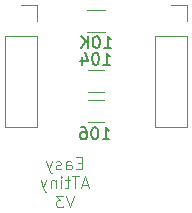
<source format=gbr>
%TF.GenerationSoftware,KiCad,Pcbnew,(6.0.7)*%
%TF.CreationDate,2023-04-14T11:36:13-05:00*%
%TF.ProjectId,ATtiny_PCB,41547469-6e79-45f5-9043-422e6b696361,rev?*%
%TF.SameCoordinates,Original*%
%TF.FileFunction,Legend,Bot*%
%TF.FilePolarity,Positive*%
%FSLAX46Y46*%
G04 Gerber Fmt 4.6, Leading zero omitted, Abs format (unit mm)*
G04 Created by KiCad (PCBNEW (6.0.7)) date 2023-04-14 11:36:13*
%MOMM*%
%LPD*%
G01*
G04 APERTURE LIST*
%ADD10C,0.100000*%
%ADD11C,0.150000*%
%ADD12C,0.120000*%
G04 APERTURE END LIST*
D10*
X177855380Y-99664571D02*
X177522047Y-99664571D01*
X177379190Y-100188380D02*
X177855380Y-100188380D01*
X177855380Y-99188380D01*
X177379190Y-99188380D01*
X176522047Y-100188380D02*
X176522047Y-99664571D01*
X176569666Y-99569333D01*
X176664904Y-99521714D01*
X176855380Y-99521714D01*
X176950619Y-99569333D01*
X176522047Y-100140761D02*
X176617285Y-100188380D01*
X176855380Y-100188380D01*
X176950619Y-100140761D01*
X176998238Y-100045523D01*
X176998238Y-99950285D01*
X176950619Y-99855047D01*
X176855380Y-99807428D01*
X176617285Y-99807428D01*
X176522047Y-99759809D01*
X176093476Y-100140761D02*
X175998238Y-100188380D01*
X175807761Y-100188380D01*
X175712523Y-100140761D01*
X175664904Y-100045523D01*
X175664904Y-99997904D01*
X175712523Y-99902666D01*
X175807761Y-99855047D01*
X175950619Y-99855047D01*
X176045857Y-99807428D01*
X176093476Y-99712190D01*
X176093476Y-99664571D01*
X176045857Y-99569333D01*
X175950619Y-99521714D01*
X175807761Y-99521714D01*
X175712523Y-99569333D01*
X175331571Y-99521714D02*
X175093476Y-100188380D01*
X174855380Y-99521714D02*
X175093476Y-100188380D01*
X175188714Y-100426476D01*
X175236333Y-100474095D01*
X175331571Y-100521714D01*
X178379190Y-101512666D02*
X177903000Y-101512666D01*
X178474428Y-101798380D02*
X178141095Y-100798380D01*
X177807761Y-101798380D01*
X177617285Y-100798380D02*
X177045857Y-100798380D01*
X177331571Y-101798380D02*
X177331571Y-100798380D01*
X176855380Y-101131714D02*
X176474428Y-101131714D01*
X176712523Y-100798380D02*
X176712523Y-101655523D01*
X176664904Y-101750761D01*
X176569666Y-101798380D01*
X176474428Y-101798380D01*
X176141095Y-101798380D02*
X176141095Y-101131714D01*
X176141095Y-100798380D02*
X176188714Y-100846000D01*
X176141095Y-100893619D01*
X176093476Y-100846000D01*
X176141095Y-100798380D01*
X176141095Y-100893619D01*
X175664904Y-101131714D02*
X175664904Y-101798380D01*
X175664904Y-101226952D02*
X175617285Y-101179333D01*
X175522047Y-101131714D01*
X175379190Y-101131714D01*
X175283952Y-101179333D01*
X175236333Y-101274571D01*
X175236333Y-101798380D01*
X174855380Y-101131714D02*
X174617285Y-101798380D01*
X174379190Y-101131714D02*
X174617285Y-101798380D01*
X174712523Y-102036476D01*
X174760142Y-102084095D01*
X174855380Y-102131714D01*
X177212523Y-102408380D02*
X176879190Y-103408380D01*
X176545857Y-102408380D01*
X176307761Y-102408380D02*
X175688714Y-102408380D01*
X176022047Y-102789333D01*
X175879190Y-102789333D01*
X175783952Y-102836952D01*
X175736333Y-102884571D01*
X175688714Y-102979809D01*
X175688714Y-103217904D01*
X175736333Y-103313142D01*
X175783952Y-103360761D01*
X175879190Y-103408380D01*
X176164904Y-103408380D01*
X176260142Y-103360761D01*
X176307761Y-103313142D01*
D11*
%TO.C,10K*%
X179760476Y-89912380D02*
X180331904Y-89912380D01*
X180046190Y-89912380D02*
X180046190Y-88912380D01*
X180141428Y-89055238D01*
X180236666Y-89150476D01*
X180331904Y-89198095D01*
X179141428Y-88912380D02*
X179046190Y-88912380D01*
X178950952Y-88960000D01*
X178903333Y-89007619D01*
X178855714Y-89102857D01*
X178808095Y-89293333D01*
X178808095Y-89531428D01*
X178855714Y-89721904D01*
X178903333Y-89817142D01*
X178950952Y-89864761D01*
X179046190Y-89912380D01*
X179141428Y-89912380D01*
X179236666Y-89864761D01*
X179284285Y-89817142D01*
X179331904Y-89721904D01*
X179379523Y-89531428D01*
X179379523Y-89293333D01*
X179331904Y-89102857D01*
X179284285Y-89007619D01*
X179236666Y-88960000D01*
X179141428Y-88912380D01*
X178379523Y-89912380D02*
X178379523Y-88912380D01*
X177808095Y-89912380D02*
X178236666Y-89340952D01*
X177808095Y-88912380D02*
X178379523Y-89483809D01*
%TO.C,106*%
X179635066Y-97632780D02*
X180206495Y-97632780D01*
X179920780Y-97632780D02*
X179920780Y-96632780D01*
X180016019Y-96775638D01*
X180111257Y-96870876D01*
X180206495Y-96918495D01*
X179016019Y-96632780D02*
X178920780Y-96632780D01*
X178825542Y-96680400D01*
X178777923Y-96728019D01*
X178730304Y-96823257D01*
X178682685Y-97013733D01*
X178682685Y-97251828D01*
X178730304Y-97442304D01*
X178777923Y-97537542D01*
X178825542Y-97585161D01*
X178920780Y-97632780D01*
X179016019Y-97632780D01*
X179111257Y-97585161D01*
X179158876Y-97537542D01*
X179206495Y-97442304D01*
X179254114Y-97251828D01*
X179254114Y-97013733D01*
X179206495Y-96823257D01*
X179158876Y-96728019D01*
X179111257Y-96680400D01*
X179016019Y-96632780D01*
X177825542Y-96632780D02*
X178016019Y-96632780D01*
X178111257Y-96680400D01*
X178158876Y-96728019D01*
X178254114Y-96870876D01*
X178301733Y-97061352D01*
X178301733Y-97442304D01*
X178254114Y-97537542D01*
X178206495Y-97585161D01*
X178111257Y-97632780D01*
X177920780Y-97632780D01*
X177825542Y-97585161D01*
X177777923Y-97537542D01*
X177730304Y-97442304D01*
X177730304Y-97204209D01*
X177777923Y-97108971D01*
X177825542Y-97061352D01*
X177920780Y-97013733D01*
X178111257Y-97013733D01*
X178206495Y-97061352D01*
X178254114Y-97108971D01*
X178301733Y-97204209D01*
%TO.C,104*%
X179685866Y-91333580D02*
X180257295Y-91333580D01*
X179971580Y-91333580D02*
X179971580Y-90333580D01*
X180066819Y-90476438D01*
X180162057Y-90571676D01*
X180257295Y-90619295D01*
X179066819Y-90333580D02*
X178971580Y-90333580D01*
X178876342Y-90381200D01*
X178828723Y-90428819D01*
X178781104Y-90524057D01*
X178733485Y-90714533D01*
X178733485Y-90952628D01*
X178781104Y-91143104D01*
X178828723Y-91238342D01*
X178876342Y-91285961D01*
X178971580Y-91333580D01*
X179066819Y-91333580D01*
X179162057Y-91285961D01*
X179209676Y-91238342D01*
X179257295Y-91143104D01*
X179304914Y-90952628D01*
X179304914Y-90714533D01*
X179257295Y-90524057D01*
X179209676Y-90428819D01*
X179162057Y-90381200D01*
X179066819Y-90333580D01*
X177876342Y-90666914D02*
X177876342Y-91333580D01*
X178114438Y-90285961D02*
X178352533Y-91000247D01*
X177733485Y-91000247D01*
D12*
%TO.C,J1*%
X174050000Y-86310000D02*
X172720000Y-86310000D01*
X171390000Y-88910000D02*
X171390000Y-96590000D01*
X174050000Y-88910000D02*
X174050000Y-96590000D01*
X174050000Y-96590000D02*
X171390000Y-96590000D01*
X174050000Y-87640000D02*
X174050000Y-86310000D01*
X174050000Y-88910000D02*
X171390000Y-88910000D01*
%TO.C,J2*%
X186750000Y-88910000D02*
X186750000Y-96590000D01*
X186750000Y-96590000D02*
X184090000Y-96590000D01*
X186750000Y-86310000D02*
X185420000Y-86310000D01*
X186750000Y-88910000D02*
X184090000Y-88910000D01*
X186750000Y-87640000D02*
X186750000Y-86310000D01*
X184090000Y-88910000D02*
X184090000Y-96590000D01*
%TO.C,10K*%
X178342936Y-86730000D02*
X179797064Y-86730000D01*
X178342936Y-88550000D02*
X179797064Y-88550000D01*
%TO.C,106*%
X179781252Y-94340000D02*
X178358748Y-94340000D01*
X179781252Y-96160000D02*
X178358748Y-96160000D01*
%TO.C,104*%
X179781252Y-91800000D02*
X178358748Y-91800000D01*
X179781252Y-93620000D02*
X178358748Y-93620000D01*
%TD*%
M02*

</source>
